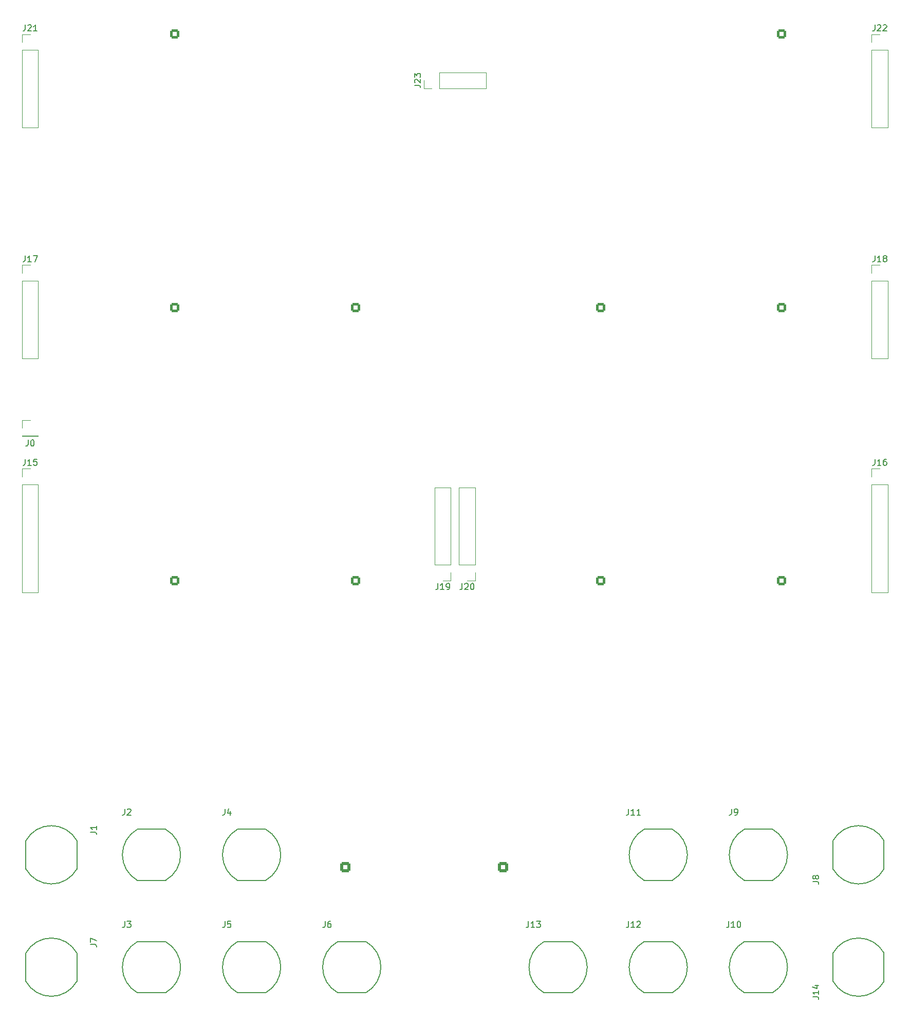
<source format=gto>
%TF.GenerationSoftware,KiCad,Pcbnew,9.0.0*%
%TF.CreationDate,2025-03-15T21:38:37+01:00*%
%TF.ProjectId,DMH_Dual_VCF_Diode_Ladder_Mk2_PCB_1,444d485f-4475-4616-9c5f-5643465f4469,1*%
%TF.SameCoordinates,Original*%
%TF.FileFunction,Legend,Top*%
%TF.FilePolarity,Positive*%
%FSLAX46Y46*%
G04 Gerber Fmt 4.6, Leading zero omitted, Abs format (unit mm)*
G04 Created by KiCad (PCBNEW 9.0.0) date 2025-03-15 21:38:37*
%MOMM*%
%LPD*%
G01*
G04 APERTURE LIST*
G04 Aperture macros list*
%AMRoundRect*
0 Rectangle with rounded corners*
0 $1 Rounding radius*
0 $2 $3 $4 $5 $6 $7 $8 $9 X,Y pos of 4 corners*
0 Add a 4 corners polygon primitive as box body*
4,1,4,$2,$3,$4,$5,$6,$7,$8,$9,$2,$3,0*
0 Add four circle primitives for the rounded corners*
1,1,$1+$1,$2,$3*
1,1,$1+$1,$4,$5*
1,1,$1+$1,$6,$7*
1,1,$1+$1,$8,$9*
0 Add four rect primitives between the rounded corners*
20,1,$1+$1,$2,$3,$4,$5,0*
20,1,$1+$1,$4,$5,$6,$7,0*
20,1,$1+$1,$6,$7,$8,$9,0*
20,1,$1+$1,$8,$9,$2,$3,0*%
%AMHorizOval*
0 Thick line with rounded ends*
0 $1 width*
0 $2 $3 position (X,Y) of the first rounded end (center of the circle)*
0 $4 $5 position (X,Y) of the second rounded end (center of the circle)*
0 Add line between two ends*
20,1,$1,$2,$3,$4,$5,0*
0 Add two circle primitives to create the rounded ends*
1,1,$1,$2,$3*
1,1,$1,$4,$5*%
G04 Aperture macros list end*
%ADD10C,0.150000*%
%ADD11C,0.120000*%
%ADD12R,1.700000X1.700000*%
%ADD13O,1.700000X1.700000*%
%ADD14HorizOval,1.712000X-0.533159X-0.533159X0.533159X0.533159X0*%
%ADD15O,1.712000X3.220000*%
%ADD16O,3.220000X1.712000*%
%ADD17HorizOval,1.712000X-0.533159X0.533159X0.533159X-0.533159X0*%
%ADD18RoundRect,0.250000X0.550000X0.550000X-0.550000X0.550000X-0.550000X-0.550000X0.550000X-0.550000X0*%
%ADD19C,1.600000*%
%ADD20R,1.600000X1.600000*%
%ADD21O,1.600000X1.600000*%
%ADD22RoundRect,0.250000X-0.600000X0.600000X-0.600000X-0.600000X0.600000X-0.600000X0.600000X0.600000X0*%
%ADD23C,1.700000*%
%ADD24R,1.500000X1.500000*%
%ADD25C,1.500000*%
%ADD26C,1.440000*%
%ADD27R,2.200000X2.200000*%
%ADD28O,2.200000X2.200000*%
G04 APERTURE END LIST*
D10*
X29190476Y-125124819D02*
X29190476Y-125839104D01*
X29190476Y-125839104D02*
X29142857Y-125981961D01*
X29142857Y-125981961D02*
X29047619Y-126077200D01*
X29047619Y-126077200D02*
X28904762Y-126124819D01*
X28904762Y-126124819D02*
X28809524Y-126124819D01*
X30190476Y-126124819D02*
X29619048Y-126124819D01*
X29904762Y-126124819D02*
X29904762Y-125124819D01*
X29904762Y-125124819D02*
X29809524Y-125267676D01*
X29809524Y-125267676D02*
X29714286Y-125362914D01*
X29714286Y-125362914D02*
X29619048Y-125410533D01*
X31095238Y-125124819D02*
X30619048Y-125124819D01*
X30619048Y-125124819D02*
X30571429Y-125601009D01*
X30571429Y-125601009D02*
X30619048Y-125553390D01*
X30619048Y-125553390D02*
X30714286Y-125505771D01*
X30714286Y-125505771D02*
X30952381Y-125505771D01*
X30952381Y-125505771D02*
X31047619Y-125553390D01*
X31047619Y-125553390D02*
X31095238Y-125601009D01*
X31095238Y-125601009D02*
X31142857Y-125696247D01*
X31142857Y-125696247D02*
X31142857Y-125934342D01*
X31142857Y-125934342D02*
X31095238Y-126029580D01*
X31095238Y-126029580D02*
X31047619Y-126077200D01*
X31047619Y-126077200D02*
X30952381Y-126124819D01*
X30952381Y-126124819D02*
X30714286Y-126124819D01*
X30714286Y-126124819D02*
X30619048Y-126077200D01*
X30619048Y-126077200D02*
X30571429Y-126029580D01*
X29190476Y-91624819D02*
X29190476Y-92339104D01*
X29190476Y-92339104D02*
X29142857Y-92481961D01*
X29142857Y-92481961D02*
X29047619Y-92577200D01*
X29047619Y-92577200D02*
X28904762Y-92624819D01*
X28904762Y-92624819D02*
X28809524Y-92624819D01*
X30190476Y-92624819D02*
X29619048Y-92624819D01*
X29904762Y-92624819D02*
X29904762Y-91624819D01*
X29904762Y-91624819D02*
X29809524Y-91767676D01*
X29809524Y-91767676D02*
X29714286Y-91862914D01*
X29714286Y-91862914D02*
X29619048Y-91910533D01*
X30523810Y-91624819D02*
X31190476Y-91624819D01*
X31190476Y-91624819D02*
X30761905Y-92624819D01*
X78591666Y-201204819D02*
X78591666Y-201919104D01*
X78591666Y-201919104D02*
X78544047Y-202061961D01*
X78544047Y-202061961D02*
X78448809Y-202157200D01*
X78448809Y-202157200D02*
X78305952Y-202204819D01*
X78305952Y-202204819D02*
X78210714Y-202204819D01*
X79496428Y-201204819D02*
X79305952Y-201204819D01*
X79305952Y-201204819D02*
X79210714Y-201252438D01*
X79210714Y-201252438D02*
X79163095Y-201300057D01*
X79163095Y-201300057D02*
X79067857Y-201442914D01*
X79067857Y-201442914D02*
X79020238Y-201633390D01*
X79020238Y-201633390D02*
X79020238Y-202014342D01*
X79020238Y-202014342D02*
X79067857Y-202109580D01*
X79067857Y-202109580D02*
X79115476Y-202157200D01*
X79115476Y-202157200D02*
X79210714Y-202204819D01*
X79210714Y-202204819D02*
X79401190Y-202204819D01*
X79401190Y-202204819D02*
X79496428Y-202157200D01*
X79496428Y-202157200D02*
X79544047Y-202109580D01*
X79544047Y-202109580D02*
X79591666Y-202014342D01*
X79591666Y-202014342D02*
X79591666Y-201776247D01*
X79591666Y-201776247D02*
X79544047Y-201681009D01*
X79544047Y-201681009D02*
X79496428Y-201633390D01*
X79496428Y-201633390D02*
X79401190Y-201585771D01*
X79401190Y-201585771D02*
X79210714Y-201585771D01*
X79210714Y-201585771D02*
X79115476Y-201633390D01*
X79115476Y-201633390D02*
X79067857Y-201681009D01*
X79067857Y-201681009D02*
X79020238Y-201776247D01*
X169190476Y-53624819D02*
X169190476Y-54339104D01*
X169190476Y-54339104D02*
X169142857Y-54481961D01*
X169142857Y-54481961D02*
X169047619Y-54577200D01*
X169047619Y-54577200D02*
X168904762Y-54624819D01*
X168904762Y-54624819D02*
X168809524Y-54624819D01*
X169619048Y-53720057D02*
X169666667Y-53672438D01*
X169666667Y-53672438D02*
X169761905Y-53624819D01*
X169761905Y-53624819D02*
X170000000Y-53624819D01*
X170000000Y-53624819D02*
X170095238Y-53672438D01*
X170095238Y-53672438D02*
X170142857Y-53720057D01*
X170142857Y-53720057D02*
X170190476Y-53815295D01*
X170190476Y-53815295D02*
X170190476Y-53910533D01*
X170190476Y-53910533D02*
X170142857Y-54053390D01*
X170142857Y-54053390D02*
X169571429Y-54624819D01*
X169571429Y-54624819D02*
X170190476Y-54624819D01*
X170571429Y-53720057D02*
X170619048Y-53672438D01*
X170619048Y-53672438D02*
X170714286Y-53624819D01*
X170714286Y-53624819D02*
X170952381Y-53624819D01*
X170952381Y-53624819D02*
X171047619Y-53672438D01*
X171047619Y-53672438D02*
X171095238Y-53720057D01*
X171095238Y-53720057D02*
X171142857Y-53815295D01*
X171142857Y-53815295D02*
X171142857Y-53910533D01*
X171142857Y-53910533D02*
X171095238Y-54053390D01*
X171095238Y-54053390D02*
X170523810Y-54624819D01*
X170523810Y-54624819D02*
X171142857Y-54624819D01*
X29190476Y-53624819D02*
X29190476Y-54339104D01*
X29190476Y-54339104D02*
X29142857Y-54481961D01*
X29142857Y-54481961D02*
X29047619Y-54577200D01*
X29047619Y-54577200D02*
X28904762Y-54624819D01*
X28904762Y-54624819D02*
X28809524Y-54624819D01*
X29619048Y-53720057D02*
X29666667Y-53672438D01*
X29666667Y-53672438D02*
X29761905Y-53624819D01*
X29761905Y-53624819D02*
X30000000Y-53624819D01*
X30000000Y-53624819D02*
X30095238Y-53672438D01*
X30095238Y-53672438D02*
X30142857Y-53720057D01*
X30142857Y-53720057D02*
X30190476Y-53815295D01*
X30190476Y-53815295D02*
X30190476Y-53910533D01*
X30190476Y-53910533D02*
X30142857Y-54053390D01*
X30142857Y-54053390D02*
X29571429Y-54624819D01*
X29571429Y-54624819D02*
X30190476Y-54624819D01*
X31142857Y-54624819D02*
X30571429Y-54624819D01*
X30857143Y-54624819D02*
X30857143Y-53624819D01*
X30857143Y-53624819D02*
X30761905Y-53767676D01*
X30761905Y-53767676D02*
X30666667Y-53862914D01*
X30666667Y-53862914D02*
X30571429Y-53910533D01*
X112115476Y-201204819D02*
X112115476Y-201919104D01*
X112115476Y-201919104D02*
X112067857Y-202061961D01*
X112067857Y-202061961D02*
X111972619Y-202157200D01*
X111972619Y-202157200D02*
X111829762Y-202204819D01*
X111829762Y-202204819D02*
X111734524Y-202204819D01*
X113115476Y-202204819D02*
X112544048Y-202204819D01*
X112829762Y-202204819D02*
X112829762Y-201204819D01*
X112829762Y-201204819D02*
X112734524Y-201347676D01*
X112734524Y-201347676D02*
X112639286Y-201442914D01*
X112639286Y-201442914D02*
X112544048Y-201490533D01*
X113448810Y-201204819D02*
X114067857Y-201204819D01*
X114067857Y-201204819D02*
X113734524Y-201585771D01*
X113734524Y-201585771D02*
X113877381Y-201585771D01*
X113877381Y-201585771D02*
X113972619Y-201633390D01*
X113972619Y-201633390D02*
X114020238Y-201681009D01*
X114020238Y-201681009D02*
X114067857Y-201776247D01*
X114067857Y-201776247D02*
X114067857Y-202014342D01*
X114067857Y-202014342D02*
X114020238Y-202109580D01*
X114020238Y-202109580D02*
X113972619Y-202157200D01*
X113972619Y-202157200D02*
X113877381Y-202204819D01*
X113877381Y-202204819D02*
X113591667Y-202204819D01*
X113591667Y-202204819D02*
X113496429Y-202157200D01*
X113496429Y-202157200D02*
X113448810Y-202109580D01*
X128615476Y-182704819D02*
X128615476Y-183419104D01*
X128615476Y-183419104D02*
X128567857Y-183561961D01*
X128567857Y-183561961D02*
X128472619Y-183657200D01*
X128472619Y-183657200D02*
X128329762Y-183704819D01*
X128329762Y-183704819D02*
X128234524Y-183704819D01*
X129615476Y-183704819D02*
X129044048Y-183704819D01*
X129329762Y-183704819D02*
X129329762Y-182704819D01*
X129329762Y-182704819D02*
X129234524Y-182847676D01*
X129234524Y-182847676D02*
X129139286Y-182942914D01*
X129139286Y-182942914D02*
X129044048Y-182990533D01*
X130567857Y-183704819D02*
X129996429Y-183704819D01*
X130282143Y-183704819D02*
X130282143Y-182704819D01*
X130282143Y-182704819D02*
X130186905Y-182847676D01*
X130186905Y-182847676D02*
X130091667Y-182942914D01*
X130091667Y-182942914D02*
X129996429Y-182990533D01*
X62091666Y-182704819D02*
X62091666Y-183419104D01*
X62091666Y-183419104D02*
X62044047Y-183561961D01*
X62044047Y-183561961D02*
X61948809Y-183657200D01*
X61948809Y-183657200D02*
X61805952Y-183704819D01*
X61805952Y-183704819D02*
X61710714Y-183704819D01*
X62996428Y-183038152D02*
X62996428Y-183704819D01*
X62758333Y-182657200D02*
X62520238Y-183371485D01*
X62520238Y-183371485D02*
X63139285Y-183371485D01*
X169190476Y-91624819D02*
X169190476Y-92339104D01*
X169190476Y-92339104D02*
X169142857Y-92481961D01*
X169142857Y-92481961D02*
X169047619Y-92577200D01*
X169047619Y-92577200D02*
X168904762Y-92624819D01*
X168904762Y-92624819D02*
X168809524Y-92624819D01*
X170190476Y-92624819D02*
X169619048Y-92624819D01*
X169904762Y-92624819D02*
X169904762Y-91624819D01*
X169904762Y-91624819D02*
X169809524Y-91767676D01*
X169809524Y-91767676D02*
X169714286Y-91862914D01*
X169714286Y-91862914D02*
X169619048Y-91910533D01*
X170761905Y-92053390D02*
X170666667Y-92005771D01*
X170666667Y-92005771D02*
X170619048Y-91958152D01*
X170619048Y-91958152D02*
X170571429Y-91862914D01*
X170571429Y-91862914D02*
X170571429Y-91815295D01*
X170571429Y-91815295D02*
X170619048Y-91720057D01*
X170619048Y-91720057D02*
X170666667Y-91672438D01*
X170666667Y-91672438D02*
X170761905Y-91624819D01*
X170761905Y-91624819D02*
X170952381Y-91624819D01*
X170952381Y-91624819D02*
X171047619Y-91672438D01*
X171047619Y-91672438D02*
X171095238Y-91720057D01*
X171095238Y-91720057D02*
X171142857Y-91815295D01*
X171142857Y-91815295D02*
X171142857Y-91862914D01*
X171142857Y-91862914D02*
X171095238Y-91958152D01*
X171095238Y-91958152D02*
X171047619Y-92005771D01*
X171047619Y-92005771D02*
X170952381Y-92053390D01*
X170952381Y-92053390D02*
X170761905Y-92053390D01*
X170761905Y-92053390D02*
X170666667Y-92101009D01*
X170666667Y-92101009D02*
X170619048Y-92148628D01*
X170619048Y-92148628D02*
X170571429Y-92243866D01*
X170571429Y-92243866D02*
X170571429Y-92434342D01*
X170571429Y-92434342D02*
X170619048Y-92529580D01*
X170619048Y-92529580D02*
X170666667Y-92577200D01*
X170666667Y-92577200D02*
X170761905Y-92624819D01*
X170761905Y-92624819D02*
X170952381Y-92624819D01*
X170952381Y-92624819D02*
X171047619Y-92577200D01*
X171047619Y-92577200D02*
X171095238Y-92529580D01*
X171095238Y-92529580D02*
X171142857Y-92434342D01*
X171142857Y-92434342D02*
X171142857Y-92243866D01*
X171142857Y-92243866D02*
X171095238Y-92148628D01*
X171095238Y-92148628D02*
X171047619Y-92101009D01*
X171047619Y-92101009D02*
X170952381Y-92053390D01*
X101190476Y-145584819D02*
X101190476Y-146299104D01*
X101190476Y-146299104D02*
X101142857Y-146441961D01*
X101142857Y-146441961D02*
X101047619Y-146537200D01*
X101047619Y-146537200D02*
X100904762Y-146584819D01*
X100904762Y-146584819D02*
X100809524Y-146584819D01*
X101619048Y-145680057D02*
X101666667Y-145632438D01*
X101666667Y-145632438D02*
X101761905Y-145584819D01*
X101761905Y-145584819D02*
X102000000Y-145584819D01*
X102000000Y-145584819D02*
X102095238Y-145632438D01*
X102095238Y-145632438D02*
X102142857Y-145680057D01*
X102142857Y-145680057D02*
X102190476Y-145775295D01*
X102190476Y-145775295D02*
X102190476Y-145870533D01*
X102190476Y-145870533D02*
X102142857Y-146013390D01*
X102142857Y-146013390D02*
X101571429Y-146584819D01*
X101571429Y-146584819D02*
X102190476Y-146584819D01*
X102809524Y-145584819D02*
X102904762Y-145584819D01*
X102904762Y-145584819D02*
X103000000Y-145632438D01*
X103000000Y-145632438D02*
X103047619Y-145680057D01*
X103047619Y-145680057D02*
X103095238Y-145775295D01*
X103095238Y-145775295D02*
X103142857Y-145965771D01*
X103142857Y-145965771D02*
X103142857Y-146203866D01*
X103142857Y-146203866D02*
X103095238Y-146394342D01*
X103095238Y-146394342D02*
X103047619Y-146489580D01*
X103047619Y-146489580D02*
X103000000Y-146537200D01*
X103000000Y-146537200D02*
X102904762Y-146584819D01*
X102904762Y-146584819D02*
X102809524Y-146584819D01*
X102809524Y-146584819D02*
X102714286Y-146537200D01*
X102714286Y-146537200D02*
X102666667Y-146489580D01*
X102666667Y-146489580D02*
X102619048Y-146394342D01*
X102619048Y-146394342D02*
X102571429Y-146203866D01*
X102571429Y-146203866D02*
X102571429Y-145965771D01*
X102571429Y-145965771D02*
X102619048Y-145775295D01*
X102619048Y-145775295D02*
X102666667Y-145680057D01*
X102666667Y-145680057D02*
X102714286Y-145632438D01*
X102714286Y-145632438D02*
X102809524Y-145584819D01*
X29666666Y-121954819D02*
X29666666Y-122669104D01*
X29666666Y-122669104D02*
X29619047Y-122811961D01*
X29619047Y-122811961D02*
X29523809Y-122907200D01*
X29523809Y-122907200D02*
X29380952Y-122954819D01*
X29380952Y-122954819D02*
X29285714Y-122954819D01*
X30333333Y-121954819D02*
X30428571Y-121954819D01*
X30428571Y-121954819D02*
X30523809Y-122002438D01*
X30523809Y-122002438D02*
X30571428Y-122050057D01*
X30571428Y-122050057D02*
X30619047Y-122145295D01*
X30619047Y-122145295D02*
X30666666Y-122335771D01*
X30666666Y-122335771D02*
X30666666Y-122573866D01*
X30666666Y-122573866D02*
X30619047Y-122764342D01*
X30619047Y-122764342D02*
X30571428Y-122859580D01*
X30571428Y-122859580D02*
X30523809Y-122907200D01*
X30523809Y-122907200D02*
X30428571Y-122954819D01*
X30428571Y-122954819D02*
X30333333Y-122954819D01*
X30333333Y-122954819D02*
X30238095Y-122907200D01*
X30238095Y-122907200D02*
X30190476Y-122859580D01*
X30190476Y-122859580D02*
X30142857Y-122764342D01*
X30142857Y-122764342D02*
X30095238Y-122573866D01*
X30095238Y-122573866D02*
X30095238Y-122335771D01*
X30095238Y-122335771D02*
X30142857Y-122145295D01*
X30142857Y-122145295D02*
X30190476Y-122050057D01*
X30190476Y-122050057D02*
X30238095Y-122002438D01*
X30238095Y-122002438D02*
X30333333Y-121954819D01*
X145115476Y-201204819D02*
X145115476Y-201919104D01*
X145115476Y-201919104D02*
X145067857Y-202061961D01*
X145067857Y-202061961D02*
X144972619Y-202157200D01*
X144972619Y-202157200D02*
X144829762Y-202204819D01*
X144829762Y-202204819D02*
X144734524Y-202204819D01*
X146115476Y-202204819D02*
X145544048Y-202204819D01*
X145829762Y-202204819D02*
X145829762Y-201204819D01*
X145829762Y-201204819D02*
X145734524Y-201347676D01*
X145734524Y-201347676D02*
X145639286Y-201442914D01*
X145639286Y-201442914D02*
X145544048Y-201490533D01*
X146734524Y-201204819D02*
X146829762Y-201204819D01*
X146829762Y-201204819D02*
X146925000Y-201252438D01*
X146925000Y-201252438D02*
X146972619Y-201300057D01*
X146972619Y-201300057D02*
X147020238Y-201395295D01*
X147020238Y-201395295D02*
X147067857Y-201585771D01*
X147067857Y-201585771D02*
X147067857Y-201823866D01*
X147067857Y-201823866D02*
X147020238Y-202014342D01*
X147020238Y-202014342D02*
X146972619Y-202109580D01*
X146972619Y-202109580D02*
X146925000Y-202157200D01*
X146925000Y-202157200D02*
X146829762Y-202204819D01*
X146829762Y-202204819D02*
X146734524Y-202204819D01*
X146734524Y-202204819D02*
X146639286Y-202157200D01*
X146639286Y-202157200D02*
X146591667Y-202109580D01*
X146591667Y-202109580D02*
X146544048Y-202014342D01*
X146544048Y-202014342D02*
X146496429Y-201823866D01*
X146496429Y-201823866D02*
X146496429Y-201585771D01*
X146496429Y-201585771D02*
X146544048Y-201395295D01*
X146544048Y-201395295D02*
X146591667Y-201300057D01*
X146591667Y-201300057D02*
X146639286Y-201252438D01*
X146639286Y-201252438D02*
X146734524Y-201204819D01*
X97190476Y-145584819D02*
X97190476Y-146299104D01*
X97190476Y-146299104D02*
X97142857Y-146441961D01*
X97142857Y-146441961D02*
X97047619Y-146537200D01*
X97047619Y-146537200D02*
X96904762Y-146584819D01*
X96904762Y-146584819D02*
X96809524Y-146584819D01*
X98190476Y-146584819D02*
X97619048Y-146584819D01*
X97904762Y-146584819D02*
X97904762Y-145584819D01*
X97904762Y-145584819D02*
X97809524Y-145727676D01*
X97809524Y-145727676D02*
X97714286Y-145822914D01*
X97714286Y-145822914D02*
X97619048Y-145870533D01*
X98666667Y-146584819D02*
X98857143Y-146584819D01*
X98857143Y-146584819D02*
X98952381Y-146537200D01*
X98952381Y-146537200D02*
X99000000Y-146489580D01*
X99000000Y-146489580D02*
X99095238Y-146346723D01*
X99095238Y-146346723D02*
X99142857Y-146156247D01*
X99142857Y-146156247D02*
X99142857Y-145775295D01*
X99142857Y-145775295D02*
X99095238Y-145680057D01*
X99095238Y-145680057D02*
X99047619Y-145632438D01*
X99047619Y-145632438D02*
X98952381Y-145584819D01*
X98952381Y-145584819D02*
X98761905Y-145584819D01*
X98761905Y-145584819D02*
X98666667Y-145632438D01*
X98666667Y-145632438D02*
X98619048Y-145680057D01*
X98619048Y-145680057D02*
X98571429Y-145775295D01*
X98571429Y-145775295D02*
X98571429Y-146013390D01*
X98571429Y-146013390D02*
X98619048Y-146108628D01*
X98619048Y-146108628D02*
X98666667Y-146156247D01*
X98666667Y-146156247D02*
X98761905Y-146203866D01*
X98761905Y-146203866D02*
X98952381Y-146203866D01*
X98952381Y-146203866D02*
X99047619Y-146156247D01*
X99047619Y-146156247D02*
X99095238Y-146108628D01*
X99095238Y-146108628D02*
X99142857Y-146013390D01*
X93324819Y-63584523D02*
X94039104Y-63584523D01*
X94039104Y-63584523D02*
X94181961Y-63632142D01*
X94181961Y-63632142D02*
X94277200Y-63727380D01*
X94277200Y-63727380D02*
X94324819Y-63870237D01*
X94324819Y-63870237D02*
X94324819Y-63965475D01*
X93420057Y-63155951D02*
X93372438Y-63108332D01*
X93372438Y-63108332D02*
X93324819Y-63013094D01*
X93324819Y-63013094D02*
X93324819Y-62774999D01*
X93324819Y-62774999D02*
X93372438Y-62679761D01*
X93372438Y-62679761D02*
X93420057Y-62632142D01*
X93420057Y-62632142D02*
X93515295Y-62584523D01*
X93515295Y-62584523D02*
X93610533Y-62584523D01*
X93610533Y-62584523D02*
X93753390Y-62632142D01*
X93753390Y-62632142D02*
X94324819Y-63203570D01*
X94324819Y-63203570D02*
X94324819Y-62584523D01*
X93324819Y-62251189D02*
X93324819Y-61632142D01*
X93324819Y-61632142D02*
X93705771Y-61965475D01*
X93705771Y-61965475D02*
X93705771Y-61822618D01*
X93705771Y-61822618D02*
X93753390Y-61727380D01*
X93753390Y-61727380D02*
X93801009Y-61679761D01*
X93801009Y-61679761D02*
X93896247Y-61632142D01*
X93896247Y-61632142D02*
X94134342Y-61632142D01*
X94134342Y-61632142D02*
X94229580Y-61679761D01*
X94229580Y-61679761D02*
X94277200Y-61727380D01*
X94277200Y-61727380D02*
X94324819Y-61822618D01*
X94324819Y-61822618D02*
X94324819Y-62108332D01*
X94324819Y-62108332D02*
X94277200Y-62203570D01*
X94277200Y-62203570D02*
X94229580Y-62251189D01*
X169190476Y-125124819D02*
X169190476Y-125839104D01*
X169190476Y-125839104D02*
X169142857Y-125981961D01*
X169142857Y-125981961D02*
X169047619Y-126077200D01*
X169047619Y-126077200D02*
X168904762Y-126124819D01*
X168904762Y-126124819D02*
X168809524Y-126124819D01*
X170190476Y-126124819D02*
X169619048Y-126124819D01*
X169904762Y-126124819D02*
X169904762Y-125124819D01*
X169904762Y-125124819D02*
X169809524Y-125267676D01*
X169809524Y-125267676D02*
X169714286Y-125362914D01*
X169714286Y-125362914D02*
X169619048Y-125410533D01*
X171047619Y-125124819D02*
X170857143Y-125124819D01*
X170857143Y-125124819D02*
X170761905Y-125172438D01*
X170761905Y-125172438D02*
X170714286Y-125220057D01*
X170714286Y-125220057D02*
X170619048Y-125362914D01*
X170619048Y-125362914D02*
X170571429Y-125553390D01*
X170571429Y-125553390D02*
X170571429Y-125934342D01*
X170571429Y-125934342D02*
X170619048Y-126029580D01*
X170619048Y-126029580D02*
X170666667Y-126077200D01*
X170666667Y-126077200D02*
X170761905Y-126124819D01*
X170761905Y-126124819D02*
X170952381Y-126124819D01*
X170952381Y-126124819D02*
X171047619Y-126077200D01*
X171047619Y-126077200D02*
X171095238Y-126029580D01*
X171095238Y-126029580D02*
X171142857Y-125934342D01*
X171142857Y-125934342D02*
X171142857Y-125696247D01*
X171142857Y-125696247D02*
X171095238Y-125601009D01*
X171095238Y-125601009D02*
X171047619Y-125553390D01*
X171047619Y-125553390D02*
X170952381Y-125505771D01*
X170952381Y-125505771D02*
X170761905Y-125505771D01*
X170761905Y-125505771D02*
X170666667Y-125553390D01*
X170666667Y-125553390D02*
X170619048Y-125601009D01*
X170619048Y-125601009D02*
X170571429Y-125696247D01*
X158954819Y-194658333D02*
X159669104Y-194658333D01*
X159669104Y-194658333D02*
X159811961Y-194705952D01*
X159811961Y-194705952D02*
X159907200Y-194801190D01*
X159907200Y-194801190D02*
X159954819Y-194944047D01*
X159954819Y-194944047D02*
X159954819Y-195039285D01*
X159383390Y-194039285D02*
X159335771Y-194134523D01*
X159335771Y-194134523D02*
X159288152Y-194182142D01*
X159288152Y-194182142D02*
X159192914Y-194229761D01*
X159192914Y-194229761D02*
X159145295Y-194229761D01*
X159145295Y-194229761D02*
X159050057Y-194182142D01*
X159050057Y-194182142D02*
X159002438Y-194134523D01*
X159002438Y-194134523D02*
X158954819Y-194039285D01*
X158954819Y-194039285D02*
X158954819Y-193848809D01*
X158954819Y-193848809D02*
X159002438Y-193753571D01*
X159002438Y-193753571D02*
X159050057Y-193705952D01*
X159050057Y-193705952D02*
X159145295Y-193658333D01*
X159145295Y-193658333D02*
X159192914Y-193658333D01*
X159192914Y-193658333D02*
X159288152Y-193705952D01*
X159288152Y-193705952D02*
X159335771Y-193753571D01*
X159335771Y-193753571D02*
X159383390Y-193848809D01*
X159383390Y-193848809D02*
X159383390Y-194039285D01*
X159383390Y-194039285D02*
X159431009Y-194134523D01*
X159431009Y-194134523D02*
X159478628Y-194182142D01*
X159478628Y-194182142D02*
X159573866Y-194229761D01*
X159573866Y-194229761D02*
X159764342Y-194229761D01*
X159764342Y-194229761D02*
X159859580Y-194182142D01*
X159859580Y-194182142D02*
X159907200Y-194134523D01*
X159907200Y-194134523D02*
X159954819Y-194039285D01*
X159954819Y-194039285D02*
X159954819Y-193848809D01*
X159954819Y-193848809D02*
X159907200Y-193753571D01*
X159907200Y-193753571D02*
X159859580Y-193705952D01*
X159859580Y-193705952D02*
X159764342Y-193658333D01*
X159764342Y-193658333D02*
X159573866Y-193658333D01*
X159573866Y-193658333D02*
X159478628Y-193705952D01*
X159478628Y-193705952D02*
X159431009Y-193753571D01*
X159431009Y-193753571D02*
X159383390Y-193848809D01*
X45591666Y-201204819D02*
X45591666Y-201919104D01*
X45591666Y-201919104D02*
X45544047Y-202061961D01*
X45544047Y-202061961D02*
X45448809Y-202157200D01*
X45448809Y-202157200D02*
X45305952Y-202204819D01*
X45305952Y-202204819D02*
X45210714Y-202204819D01*
X45972619Y-201204819D02*
X46591666Y-201204819D01*
X46591666Y-201204819D02*
X46258333Y-201585771D01*
X46258333Y-201585771D02*
X46401190Y-201585771D01*
X46401190Y-201585771D02*
X46496428Y-201633390D01*
X46496428Y-201633390D02*
X46544047Y-201681009D01*
X46544047Y-201681009D02*
X46591666Y-201776247D01*
X46591666Y-201776247D02*
X46591666Y-202014342D01*
X46591666Y-202014342D02*
X46544047Y-202109580D01*
X46544047Y-202109580D02*
X46496428Y-202157200D01*
X46496428Y-202157200D02*
X46401190Y-202204819D01*
X46401190Y-202204819D02*
X46115476Y-202204819D01*
X46115476Y-202204819D02*
X46020238Y-202157200D01*
X46020238Y-202157200D02*
X45972619Y-202109580D01*
X45591666Y-182704819D02*
X45591666Y-183419104D01*
X45591666Y-183419104D02*
X45544047Y-183561961D01*
X45544047Y-183561961D02*
X45448809Y-183657200D01*
X45448809Y-183657200D02*
X45305952Y-183704819D01*
X45305952Y-183704819D02*
X45210714Y-183704819D01*
X46020238Y-182800057D02*
X46067857Y-182752438D01*
X46067857Y-182752438D02*
X46163095Y-182704819D01*
X46163095Y-182704819D02*
X46401190Y-182704819D01*
X46401190Y-182704819D02*
X46496428Y-182752438D01*
X46496428Y-182752438D02*
X46544047Y-182800057D01*
X46544047Y-182800057D02*
X46591666Y-182895295D01*
X46591666Y-182895295D02*
X46591666Y-182990533D01*
X46591666Y-182990533D02*
X46544047Y-183133390D01*
X46544047Y-183133390D02*
X45972619Y-183704819D01*
X45972619Y-183704819D02*
X46591666Y-183704819D01*
X62091666Y-201204819D02*
X62091666Y-201919104D01*
X62091666Y-201919104D02*
X62044047Y-202061961D01*
X62044047Y-202061961D02*
X61948809Y-202157200D01*
X61948809Y-202157200D02*
X61805952Y-202204819D01*
X61805952Y-202204819D02*
X61710714Y-202204819D01*
X63044047Y-201204819D02*
X62567857Y-201204819D01*
X62567857Y-201204819D02*
X62520238Y-201681009D01*
X62520238Y-201681009D02*
X62567857Y-201633390D01*
X62567857Y-201633390D02*
X62663095Y-201585771D01*
X62663095Y-201585771D02*
X62901190Y-201585771D01*
X62901190Y-201585771D02*
X62996428Y-201633390D01*
X62996428Y-201633390D02*
X63044047Y-201681009D01*
X63044047Y-201681009D02*
X63091666Y-201776247D01*
X63091666Y-201776247D02*
X63091666Y-202014342D01*
X63091666Y-202014342D02*
X63044047Y-202109580D01*
X63044047Y-202109580D02*
X62996428Y-202157200D01*
X62996428Y-202157200D02*
X62901190Y-202204819D01*
X62901190Y-202204819D02*
X62663095Y-202204819D01*
X62663095Y-202204819D02*
X62567857Y-202157200D01*
X62567857Y-202157200D02*
X62520238Y-202109580D01*
X128615476Y-201204819D02*
X128615476Y-201919104D01*
X128615476Y-201919104D02*
X128567857Y-202061961D01*
X128567857Y-202061961D02*
X128472619Y-202157200D01*
X128472619Y-202157200D02*
X128329762Y-202204819D01*
X128329762Y-202204819D02*
X128234524Y-202204819D01*
X129615476Y-202204819D02*
X129044048Y-202204819D01*
X129329762Y-202204819D02*
X129329762Y-201204819D01*
X129329762Y-201204819D02*
X129234524Y-201347676D01*
X129234524Y-201347676D02*
X129139286Y-201442914D01*
X129139286Y-201442914D02*
X129044048Y-201490533D01*
X129996429Y-201300057D02*
X130044048Y-201252438D01*
X130044048Y-201252438D02*
X130139286Y-201204819D01*
X130139286Y-201204819D02*
X130377381Y-201204819D01*
X130377381Y-201204819D02*
X130472619Y-201252438D01*
X130472619Y-201252438D02*
X130520238Y-201300057D01*
X130520238Y-201300057D02*
X130567857Y-201395295D01*
X130567857Y-201395295D02*
X130567857Y-201490533D01*
X130567857Y-201490533D02*
X130520238Y-201633390D01*
X130520238Y-201633390D02*
X129948810Y-202204819D01*
X129948810Y-202204819D02*
X130567857Y-202204819D01*
X145591666Y-182704819D02*
X145591666Y-183419104D01*
X145591666Y-183419104D02*
X145544047Y-183561961D01*
X145544047Y-183561961D02*
X145448809Y-183657200D01*
X145448809Y-183657200D02*
X145305952Y-183704819D01*
X145305952Y-183704819D02*
X145210714Y-183704819D01*
X146115476Y-183704819D02*
X146305952Y-183704819D01*
X146305952Y-183704819D02*
X146401190Y-183657200D01*
X146401190Y-183657200D02*
X146448809Y-183609580D01*
X146448809Y-183609580D02*
X146544047Y-183466723D01*
X146544047Y-183466723D02*
X146591666Y-183276247D01*
X146591666Y-183276247D02*
X146591666Y-182895295D01*
X146591666Y-182895295D02*
X146544047Y-182800057D01*
X146544047Y-182800057D02*
X146496428Y-182752438D01*
X146496428Y-182752438D02*
X146401190Y-182704819D01*
X146401190Y-182704819D02*
X146210714Y-182704819D01*
X146210714Y-182704819D02*
X146115476Y-182752438D01*
X146115476Y-182752438D02*
X146067857Y-182800057D01*
X146067857Y-182800057D02*
X146020238Y-182895295D01*
X146020238Y-182895295D02*
X146020238Y-183133390D01*
X146020238Y-183133390D02*
X146067857Y-183228628D01*
X146067857Y-183228628D02*
X146115476Y-183276247D01*
X146115476Y-183276247D02*
X146210714Y-183323866D01*
X146210714Y-183323866D02*
X146401190Y-183323866D01*
X146401190Y-183323866D02*
X146496428Y-183276247D01*
X146496428Y-183276247D02*
X146544047Y-183228628D01*
X146544047Y-183228628D02*
X146591666Y-183133390D01*
X158954819Y-213634523D02*
X159669104Y-213634523D01*
X159669104Y-213634523D02*
X159811961Y-213682142D01*
X159811961Y-213682142D02*
X159907200Y-213777380D01*
X159907200Y-213777380D02*
X159954819Y-213920237D01*
X159954819Y-213920237D02*
X159954819Y-214015475D01*
X159954819Y-212634523D02*
X159954819Y-213205951D01*
X159954819Y-212920237D02*
X158954819Y-212920237D01*
X158954819Y-212920237D02*
X159097676Y-213015475D01*
X159097676Y-213015475D02*
X159192914Y-213110713D01*
X159192914Y-213110713D02*
X159240533Y-213205951D01*
X159288152Y-211777380D02*
X159954819Y-211777380D01*
X158907200Y-212015475D02*
X159621485Y-212253570D01*
X159621485Y-212253570D02*
X159621485Y-211634523D01*
X39954819Y-186508333D02*
X40669104Y-186508333D01*
X40669104Y-186508333D02*
X40811961Y-186555952D01*
X40811961Y-186555952D02*
X40907200Y-186651190D01*
X40907200Y-186651190D02*
X40954819Y-186794047D01*
X40954819Y-186794047D02*
X40954819Y-186889285D01*
X40954819Y-185508333D02*
X40954819Y-186079761D01*
X40954819Y-185794047D02*
X39954819Y-185794047D01*
X39954819Y-185794047D02*
X40097676Y-185889285D01*
X40097676Y-185889285D02*
X40192914Y-185984523D01*
X40192914Y-185984523D02*
X40240533Y-186079761D01*
X39954819Y-205008333D02*
X40669104Y-205008333D01*
X40669104Y-205008333D02*
X40811961Y-205055952D01*
X40811961Y-205055952D02*
X40907200Y-205151190D01*
X40907200Y-205151190D02*
X40954819Y-205294047D01*
X40954819Y-205294047D02*
X40954819Y-205389285D01*
X39954819Y-204627380D02*
X39954819Y-203960714D01*
X39954819Y-203960714D02*
X40954819Y-204389285D01*
D11*
%TO.C,J15*%
X28670000Y-126670000D02*
X30000000Y-126670000D01*
X28670000Y-128000000D02*
X28670000Y-126670000D01*
X28670000Y-129270000D02*
X28670000Y-147110000D01*
X28670000Y-129270000D02*
X31330000Y-129270000D01*
X28670000Y-147110000D02*
X31330000Y-147110000D01*
X31330000Y-129270000D02*
X31330000Y-147110000D01*
%TO.C,J17*%
X28670000Y-93170000D02*
X30000000Y-93170000D01*
X28670000Y-94500000D02*
X28670000Y-93170000D01*
X28670000Y-95770000D02*
X28670000Y-108530000D01*
X28670000Y-95770000D02*
X31330000Y-95770000D01*
X28670000Y-108530000D02*
X31330000Y-108530000D01*
X31330000Y-95770000D02*
X31330000Y-108530000D01*
D10*
%TO.C,J6*%
X83000000Y-204550000D02*
X80650000Y-204550000D01*
X83000000Y-204550000D02*
X85350000Y-204550000D01*
X83000000Y-212950000D02*
X80650000Y-212950000D01*
X83000000Y-212950000D02*
X85350000Y-212950000D01*
X78200000Y-208750000D02*
G75*
G02*
X80656222Y-204561121I4800000J0D01*
G01*
X80656222Y-212938879D02*
G75*
G02*
X78200000Y-208750000I2343778J4188879D01*
G01*
X85343778Y-204561121D02*
G75*
G02*
X87800000Y-208750000I-2343781J-4188881D01*
G01*
X87800000Y-208750000D02*
G75*
G02*
X85343778Y-212938879I-4800003J2D01*
G01*
D11*
%TO.C,J22*%
X168670000Y-55170000D02*
X170000000Y-55170000D01*
X168670000Y-56500000D02*
X168670000Y-55170000D01*
X168670000Y-57770000D02*
X168670000Y-70530000D01*
X168670000Y-57770000D02*
X171330000Y-57770000D01*
X168670000Y-70530000D02*
X171330000Y-70530000D01*
X171330000Y-57770000D02*
X171330000Y-70530000D01*
%TO.C,J21*%
X28670000Y-55170000D02*
X30000000Y-55170000D01*
X28670000Y-56500000D02*
X28670000Y-55170000D01*
X28670000Y-57770000D02*
X28670000Y-70530000D01*
X28670000Y-57770000D02*
X31330000Y-57770000D01*
X28670000Y-70530000D02*
X31330000Y-70530000D01*
X31330000Y-57770000D02*
X31330000Y-70530000D01*
D10*
%TO.C,J13*%
X117000000Y-204550000D02*
X114650000Y-204550000D01*
X117000000Y-204550000D02*
X119350000Y-204550000D01*
X117000000Y-212950000D02*
X114650000Y-212950000D01*
X117000000Y-212950000D02*
X119350000Y-212950000D01*
X112200000Y-208750000D02*
G75*
G02*
X114656222Y-204561121I4800000J0D01*
G01*
X114656222Y-212938879D02*
G75*
G02*
X112200000Y-208750000I2343778J4188879D01*
G01*
X119343778Y-204561121D02*
G75*
G02*
X121800000Y-208750000I-2343781J-4188881D01*
G01*
X121800000Y-208750000D02*
G75*
G02*
X119343778Y-212938879I-4800003J2D01*
G01*
%TO.C,J11*%
X133500000Y-186050000D02*
X131150000Y-186050000D01*
X133500000Y-186050000D02*
X135850000Y-186050000D01*
X133500000Y-194450000D02*
X131150000Y-194450000D01*
X133500000Y-194450000D02*
X135850000Y-194450000D01*
X128700000Y-190250000D02*
G75*
G02*
X131156222Y-186061121I4800000J0D01*
G01*
X131156222Y-194438879D02*
G75*
G02*
X128700000Y-190250000I2343778J4188879D01*
G01*
X135843778Y-186061121D02*
G75*
G02*
X138300000Y-190250000I-2343781J-4188881D01*
G01*
X138300000Y-190250000D02*
G75*
G02*
X135843778Y-194438879I-4800003J2D01*
G01*
%TO.C,J4*%
X66500000Y-186050000D02*
X64150000Y-186050000D01*
X66500000Y-186050000D02*
X68850000Y-186050000D01*
X66500000Y-194450000D02*
X64150000Y-194450000D01*
X66500000Y-194450000D02*
X68850000Y-194450000D01*
X61700000Y-190250000D02*
G75*
G02*
X64156222Y-186061121I4800000J0D01*
G01*
X64156222Y-194438879D02*
G75*
G02*
X61700000Y-190250000I2343778J4188879D01*
G01*
X68843778Y-186061121D02*
G75*
G02*
X71300000Y-190250000I-2343781J-4188881D01*
G01*
X71300000Y-190250000D02*
G75*
G02*
X68843778Y-194438879I-4800003J2D01*
G01*
D11*
%TO.C,J18*%
X168670000Y-93170000D02*
X170000000Y-93170000D01*
X168670000Y-94500000D02*
X168670000Y-93170000D01*
X168670000Y-95770000D02*
X168670000Y-108530000D01*
X168670000Y-95770000D02*
X171330000Y-95770000D01*
X168670000Y-108530000D02*
X171330000Y-108530000D01*
X171330000Y-95770000D02*
X171330000Y-108530000D01*
%TO.C,J20*%
X100670000Y-142530000D02*
X100670000Y-129770000D01*
X103330000Y-129770000D02*
X100670000Y-129770000D01*
X103330000Y-142530000D02*
X100670000Y-142530000D01*
X103330000Y-142530000D02*
X103330000Y-129770000D01*
X103330000Y-143800000D02*
X103330000Y-145130000D01*
X103330000Y-145130000D02*
X102000000Y-145130000D01*
%TO.C,J0*%
X28670000Y-118670000D02*
X30000000Y-118670000D01*
X28670000Y-120000000D02*
X28670000Y-118670000D01*
X28670000Y-121270000D02*
X28670000Y-121330000D01*
X28670000Y-121270000D02*
X31330000Y-121270000D01*
X28670000Y-121330000D02*
X31330000Y-121330000D01*
X31330000Y-121270000D02*
X31330000Y-121330000D01*
D10*
%TO.C,J10*%
X150000000Y-204550000D02*
X147650000Y-204550000D01*
X150000000Y-204550000D02*
X152350000Y-204550000D01*
X150000000Y-212950000D02*
X147650000Y-212950000D01*
X150000000Y-212950000D02*
X152350000Y-212950000D01*
X145200000Y-208750000D02*
G75*
G02*
X147656222Y-204561121I4800000J0D01*
G01*
X147656222Y-212938879D02*
G75*
G02*
X145200000Y-208750000I2343778J4188879D01*
G01*
X152343778Y-204561121D02*
G75*
G02*
X154800000Y-208750000I-2343781J-4188881D01*
G01*
X154800000Y-208750000D02*
G75*
G02*
X152343778Y-212938879I-4800003J2D01*
G01*
D11*
%TO.C,J19*%
X96670000Y-142530000D02*
X96670000Y-129770000D01*
X99330000Y-129770000D02*
X96670000Y-129770000D01*
X99330000Y-142530000D02*
X96670000Y-142530000D01*
X99330000Y-142530000D02*
X99330000Y-129770000D01*
X99330000Y-143800000D02*
X99330000Y-145130000D01*
X99330000Y-145130000D02*
X98000000Y-145130000D01*
%TO.C,J23*%
X94870000Y-64105000D02*
X94870000Y-62775000D01*
X96200000Y-64105000D02*
X94870000Y-64105000D01*
X97470000Y-61445000D02*
X105150000Y-61445000D01*
X97470000Y-64105000D02*
X97470000Y-61445000D01*
X97470000Y-64105000D02*
X105150000Y-64105000D01*
X105150000Y-64105000D02*
X105150000Y-61445000D01*
%TO.C,J16*%
X168670000Y-126670000D02*
X170000000Y-126670000D01*
X168670000Y-128000000D02*
X168670000Y-126670000D01*
X168670000Y-129270000D02*
X168670000Y-147110000D01*
X168670000Y-129270000D02*
X171330000Y-129270000D01*
X168670000Y-147110000D02*
X171330000Y-147110000D01*
X171330000Y-129270000D02*
X171330000Y-147110000D01*
D10*
%TO.C,J8*%
X162300000Y-190250000D02*
X162300000Y-187900000D01*
X162300000Y-190250000D02*
X162300000Y-192600000D01*
X170700000Y-190250000D02*
X170700000Y-187900000D01*
X170700000Y-190250000D02*
X170700000Y-192600000D01*
X162311121Y-187906222D02*
G75*
G02*
X166500000Y-185450000I4188881J-2343781D01*
G01*
X166500000Y-185450000D02*
G75*
G02*
X170688879Y-187906222I-2J-4800003D01*
G01*
X166500000Y-195050000D02*
G75*
G02*
X162311121Y-192593778I0J4800000D01*
G01*
X170688879Y-192593778D02*
G75*
G02*
X166500000Y-195050000I-4188879J2343778D01*
G01*
%TO.C,J3*%
X50000000Y-204550000D02*
X47650000Y-204550000D01*
X50000000Y-204550000D02*
X52350000Y-204550000D01*
X50000000Y-212950000D02*
X47650000Y-212950000D01*
X50000000Y-212950000D02*
X52350000Y-212950000D01*
X45200000Y-208750000D02*
G75*
G02*
X47656222Y-204561121I4800000J0D01*
G01*
X47656222Y-212938879D02*
G75*
G02*
X45200000Y-208750000I2343778J4188879D01*
G01*
X52343778Y-204561121D02*
G75*
G02*
X54800000Y-208750000I-2343781J-4188881D01*
G01*
X54800000Y-208750000D02*
G75*
G02*
X52343778Y-212938879I-4800003J2D01*
G01*
%TO.C,J2*%
X50000000Y-186050000D02*
X47650000Y-186050000D01*
X50000000Y-186050000D02*
X52350000Y-186050000D01*
X50000000Y-194450000D02*
X47650000Y-194450000D01*
X50000000Y-194450000D02*
X52350000Y-194450000D01*
X45200000Y-190250000D02*
G75*
G02*
X47656222Y-186061121I4800000J0D01*
G01*
X47656222Y-194438879D02*
G75*
G02*
X45200000Y-190250000I2343778J4188879D01*
G01*
X52343778Y-186061121D02*
G75*
G02*
X54800000Y-190250000I-2343781J-4188881D01*
G01*
X54800000Y-190250000D02*
G75*
G02*
X52343778Y-194438879I-4800003J2D01*
G01*
%TO.C,J5*%
X66500000Y-204550000D02*
X64150000Y-204550000D01*
X66500000Y-204550000D02*
X68850000Y-204550000D01*
X66500000Y-212950000D02*
X64150000Y-212950000D01*
X66500000Y-212950000D02*
X68850000Y-212950000D01*
X61700000Y-208750000D02*
G75*
G02*
X64156222Y-204561121I4800000J0D01*
G01*
X64156222Y-212938879D02*
G75*
G02*
X61700000Y-208750000I2343778J4188879D01*
G01*
X68843778Y-204561121D02*
G75*
G02*
X71300000Y-208750000I-2343781J-4188881D01*
G01*
X71300000Y-208750000D02*
G75*
G02*
X68843778Y-212938879I-4800003J2D01*
G01*
%TO.C,J12*%
X133500000Y-204550000D02*
X131150000Y-204550000D01*
X133500000Y-204550000D02*
X135850000Y-204550000D01*
X133500000Y-212950000D02*
X131150000Y-212950000D01*
X133500000Y-212950000D02*
X135850000Y-212950000D01*
X128700000Y-208750000D02*
G75*
G02*
X131156222Y-204561121I4800000J0D01*
G01*
X131156222Y-212938879D02*
G75*
G02*
X128700000Y-208750000I2343778J4188879D01*
G01*
X135843778Y-204561121D02*
G75*
G02*
X138300000Y-208750000I-2343781J-4188881D01*
G01*
X138300000Y-208750000D02*
G75*
G02*
X135843778Y-212938879I-4800003J2D01*
G01*
%TO.C,J9*%
X150000000Y-186050000D02*
X147650000Y-186050000D01*
X150000000Y-186050000D02*
X152350000Y-186050000D01*
X150000000Y-194450000D02*
X147650000Y-194450000D01*
X150000000Y-194450000D02*
X152350000Y-194450000D01*
X145200000Y-190250000D02*
G75*
G02*
X147656222Y-186061121I4800000J0D01*
G01*
X147656222Y-194438879D02*
G75*
G02*
X145200000Y-190250000I2343778J4188879D01*
G01*
X152343778Y-186061121D02*
G75*
G02*
X154800000Y-190250000I-2343781J-4188881D01*
G01*
X154800000Y-190250000D02*
G75*
G02*
X152343778Y-194438879I-4800003J2D01*
G01*
%TO.C,J14*%
X162300000Y-208750000D02*
X162300000Y-206400000D01*
X162300000Y-208750000D02*
X162300000Y-211100000D01*
X170700000Y-208750000D02*
X170700000Y-206400000D01*
X170700000Y-208750000D02*
X170700000Y-211100000D01*
X162311121Y-206406222D02*
G75*
G02*
X166500000Y-203950000I4188881J-2343781D01*
G01*
X166500000Y-203950000D02*
G75*
G02*
X170688879Y-206406222I-2J-4800003D01*
G01*
X166500000Y-213550000D02*
G75*
G02*
X162311121Y-211093778I0J4800000D01*
G01*
X170688879Y-211093778D02*
G75*
G02*
X166500000Y-213550000I-4188879J2343778D01*
G01*
%TO.C,J1*%
X29300000Y-190250000D02*
X29300000Y-187900000D01*
X29300000Y-190250000D02*
X29300000Y-192600000D01*
X37700000Y-190250000D02*
X37700000Y-187900000D01*
X37700000Y-190250000D02*
X37700000Y-192600000D01*
X29311121Y-187906222D02*
G75*
G02*
X33500000Y-185450000I4188879J-2343778D01*
G01*
X33500000Y-185450000D02*
G75*
G02*
X37688879Y-187906222I0J-4800000D01*
G01*
X33500000Y-195050000D02*
G75*
G02*
X29311121Y-192593778I2J4800003D01*
G01*
X37688879Y-192593778D02*
G75*
G02*
X33500000Y-195050000I-4188881J2343781D01*
G01*
%TO.C,J7*%
X29300000Y-208750000D02*
X29300000Y-206400000D01*
X29300000Y-208750000D02*
X29300000Y-211100000D01*
X37700000Y-208750000D02*
X37700000Y-206400000D01*
X37700000Y-208750000D02*
X37700000Y-211100000D01*
X29311121Y-206406222D02*
G75*
G02*
X33500000Y-203950000I4188879J-2343778D01*
G01*
X33500000Y-203950000D02*
G75*
G02*
X37688879Y-206406222I0J-4800000D01*
G01*
X33500000Y-213550000D02*
G75*
G02*
X29311121Y-211093778I2J4800003D01*
G01*
X37688879Y-211093778D02*
G75*
G02*
X33500000Y-213550000I-4188881J2343781D01*
G01*
%TD*%
%LPC*%
D12*
%TO.C,J15*%
X30000000Y-128000000D03*
D13*
X30000000Y-130540000D03*
X30000000Y-133080000D03*
X30000000Y-135620000D03*
X30000000Y-138160000D03*
X30000000Y-140700000D03*
X30000000Y-143240000D03*
X30000000Y-145780000D03*
%TD*%
D12*
%TO.C,J17*%
X30000000Y-94500000D03*
D13*
X30000000Y-97040000D03*
X30000000Y-99580000D03*
X30000000Y-102120000D03*
X30000000Y-104660000D03*
X30000000Y-107200000D03*
%TD*%
D14*
%TO.C,J6*%
X78403810Y-204153810D03*
D15*
X89500000Y-208250000D03*
D16*
X85500000Y-202250000D03*
%TD*%
D12*
%TO.C,J22*%
X170000000Y-56500000D03*
D13*
X170000000Y-59040000D03*
X170000000Y-61580000D03*
X170000000Y-64120000D03*
X170000000Y-66660000D03*
X170000000Y-69200000D03*
%TD*%
D12*
%TO.C,J21*%
X30000000Y-56500000D03*
D13*
X30000000Y-59040000D03*
X30000000Y-61580000D03*
X30000000Y-64120000D03*
X30000000Y-66660000D03*
X30000000Y-69200000D03*
%TD*%
D14*
%TO.C,J13*%
X112403810Y-204153810D03*
D15*
X123500000Y-208250000D03*
D16*
X119500000Y-202250000D03*
%TD*%
D14*
%TO.C,J11*%
X128903810Y-185653810D03*
D15*
X140000000Y-189750000D03*
D16*
X136000000Y-183750000D03*
%TD*%
D14*
%TO.C,J4*%
X61903810Y-185653810D03*
D15*
X73000000Y-189750000D03*
D16*
X69000000Y-183750000D03*
%TD*%
D12*
%TO.C,J18*%
X170000000Y-94500000D03*
D13*
X170000000Y-97040000D03*
X170000000Y-99580000D03*
X170000000Y-102120000D03*
X170000000Y-104660000D03*
X170000000Y-107200000D03*
%TD*%
D12*
%TO.C,J20*%
X102000000Y-143800000D03*
D13*
X102000000Y-141260000D03*
X102000000Y-138720000D03*
X102000000Y-136180000D03*
X102000000Y-133640000D03*
X102000000Y-131100000D03*
%TD*%
D12*
%TO.C,J0*%
X30000000Y-120000000D03*
%TD*%
D14*
%TO.C,J10*%
X145403810Y-204153810D03*
D15*
X156500000Y-208250000D03*
D16*
X152500000Y-202250000D03*
%TD*%
D12*
%TO.C,J19*%
X98000000Y-143800000D03*
D13*
X98000000Y-141260000D03*
X98000000Y-138720000D03*
X98000000Y-136180000D03*
X98000000Y-133640000D03*
X98000000Y-131100000D03*
%TD*%
D12*
%TO.C,J23*%
X96200000Y-62775000D03*
D13*
X98740000Y-62775000D03*
X101280000Y-62775000D03*
X103820000Y-62775000D03*
%TD*%
D12*
%TO.C,J16*%
X170000000Y-128000000D03*
D13*
X170000000Y-130540000D03*
X170000000Y-133080000D03*
X170000000Y-135620000D03*
X170000000Y-138160000D03*
X170000000Y-140700000D03*
X170000000Y-143240000D03*
X170000000Y-145780000D03*
%TD*%
D17*
%TO.C,J8*%
X161903810Y-194846190D03*
D16*
X166000000Y-183750000D03*
D15*
X160000000Y-187750000D03*
%TD*%
D14*
%TO.C,J3*%
X45403810Y-204153810D03*
D15*
X56500000Y-208250000D03*
D16*
X52500000Y-202250000D03*
%TD*%
D14*
%TO.C,J2*%
X45403810Y-185653810D03*
D15*
X56500000Y-189750000D03*
D16*
X52500000Y-183750000D03*
%TD*%
D14*
%TO.C,J5*%
X61903810Y-204153810D03*
D15*
X73000000Y-208250000D03*
D16*
X69000000Y-202250000D03*
%TD*%
D14*
%TO.C,J12*%
X128903810Y-204153810D03*
D15*
X140000000Y-208250000D03*
D16*
X136000000Y-202250000D03*
%TD*%
D14*
%TO.C,J9*%
X145403810Y-185653810D03*
D15*
X156500000Y-189750000D03*
D16*
X152500000Y-183750000D03*
%TD*%
D17*
%TO.C,J14*%
X161903810Y-213346190D03*
D16*
X166000000Y-202250000D03*
D15*
X160000000Y-206250000D03*
%TD*%
D17*
%TO.C,J1*%
X38096190Y-185653810D03*
D16*
X34000000Y-196750000D03*
D15*
X40000000Y-192750000D03*
%TD*%
D17*
%TO.C,J7*%
X38096190Y-204153810D03*
D16*
X34000000Y-215250000D03*
D15*
X40000000Y-211250000D03*
%TD*%
D18*
%TO.C,U2*%
X153800000Y-55125000D03*
D19*
X153800000Y-57665000D03*
X153800000Y-60205000D03*
X153800000Y-62745000D03*
X153800000Y-65285000D03*
X153800000Y-67825000D03*
X153800000Y-70365000D03*
X146180000Y-70365000D03*
X146180000Y-67825000D03*
X146180000Y-65285000D03*
X146180000Y-62745000D03*
X146180000Y-60205000D03*
X146180000Y-57665000D03*
X146180000Y-55125000D03*
%TD*%
D20*
%TO.C,D20*%
X120500000Y-163940000D03*
D21*
X120500000Y-171560000D03*
%TD*%
D22*
%TO.C,J210*%
X107960000Y-192247500D03*
D23*
X110500000Y-192247500D03*
X113040000Y-192247500D03*
X115580000Y-192247500D03*
X118120000Y-192247500D03*
X107960000Y-194787500D03*
X110500000Y-194787500D03*
X113040000Y-194787500D03*
X115580000Y-194787500D03*
X118120000Y-194787500D03*
%TD*%
D18*
%TO.C,U4*%
X124000000Y-100125000D03*
D19*
X124000000Y-102665000D03*
X124000000Y-105205000D03*
X124000000Y-107745000D03*
X124000000Y-110285000D03*
X124000000Y-112825000D03*
X124000000Y-115365000D03*
X116380000Y-115365000D03*
X116380000Y-112825000D03*
X116380000Y-110285000D03*
X116380000Y-107745000D03*
X116380000Y-105205000D03*
X116380000Y-102665000D03*
X116380000Y-100125000D03*
%TD*%
D20*
%TO.C,D7*%
X62293750Y-163940000D03*
D21*
X62293750Y-171560000D03*
%TD*%
D24*
%TO.C,Q5*%
X52750000Y-128040000D03*
D25*
X52750000Y-125500000D03*
X52750000Y-122960000D03*
%TD*%
D19*
%TO.C,R105*%
X46190000Y-89500000D03*
D21*
X53810000Y-89500000D03*
%TD*%
D19*
%TO.C,R104*%
X34190000Y-100250000D03*
D21*
X41810000Y-100250000D03*
%TD*%
D19*
%TO.C,R74*%
X34190000Y-80250000D03*
D21*
X41810000Y-80250000D03*
%TD*%
D20*
%TO.C,D23*%
X124060000Y-88750000D03*
D21*
X116440000Y-88750000D03*
%TD*%
D19*
%TO.C,C12*%
X66000000Y-152750000D03*
X71000000Y-152750000D03*
%TD*%
%TO.C,R59*%
X128750000Y-111190000D03*
D21*
X128750000Y-118810000D03*
%TD*%
D19*
%TO.C,C25*%
X66750000Y-174250000D03*
X66750000Y-179250000D03*
%TD*%
%TO.C,C33*%
X116000000Y-174250000D03*
X116000000Y-179250000D03*
%TD*%
%TO.C,R100*%
X41810000Y-118750000D03*
D21*
X34190000Y-118750000D03*
%TD*%
D19*
%TO.C,R93*%
X170000000Y-72440000D03*
D21*
X170000000Y-80060000D03*
%TD*%
D19*
%TO.C,R98*%
X34190000Y-128500000D03*
D21*
X41810000Y-128500000D03*
%TD*%
D24*
%TO.C,Q6*%
X46250000Y-128040000D03*
D25*
X46250000Y-125500000D03*
X46250000Y-122960000D03*
%TD*%
D26*
%TO.C,RV26*%
X47460000Y-94250000D03*
X50000000Y-94250000D03*
X52540000Y-94250000D03*
%TD*%
D19*
%TO.C,R83*%
X133940000Y-70500000D03*
D21*
X141560000Y-70500000D03*
%TD*%
D19*
%TO.C,R121*%
X165810000Y-100000000D03*
D21*
X158190000Y-100000000D03*
%TD*%
D19*
%TO.C,R37*%
X72310000Y-159000000D03*
D21*
X64690000Y-159000000D03*
%TD*%
D19*
%TO.C,R87*%
X165810000Y-80250000D03*
D21*
X158190000Y-80250000D03*
%TD*%
D20*
%TO.C,C1*%
X123794888Y-47500000D03*
D19*
X125794888Y-47500000D03*
%TD*%
%TO.C,R92*%
X165810000Y-70500000D03*
D21*
X158190000Y-70500000D03*
%TD*%
D19*
%TO.C,R115*%
X165810000Y-128500000D03*
D21*
X158190000Y-128500000D03*
%TD*%
D19*
%TO.C,R38*%
X83560000Y-95500000D03*
D21*
X75940000Y-95500000D03*
%TD*%
D18*
%TO.C,U1*%
X53800000Y-55125000D03*
D19*
X53800000Y-57665000D03*
X53800000Y-60205000D03*
X53800000Y-62745000D03*
X53800000Y-65285000D03*
X53800000Y-67825000D03*
X53800000Y-70365000D03*
X46180000Y-70365000D03*
X46180000Y-67825000D03*
X46180000Y-65285000D03*
X46180000Y-62745000D03*
X46180000Y-60205000D03*
X46180000Y-57665000D03*
X46180000Y-55125000D03*
%TD*%
%TO.C,C30*%
X125000000Y-179250000D03*
X125000000Y-174250000D03*
%TD*%
%TO.C,R28*%
X75940000Y-134000000D03*
D21*
X83560000Y-134000000D03*
%TD*%
D19*
%TO.C,R142*%
X93000000Y-111190000D03*
D21*
X93000000Y-118810000D03*
%TD*%
D24*
%TO.C,Q8*%
X152750000Y-128040000D03*
D25*
X152750000Y-125500000D03*
X152750000Y-122960000D03*
%TD*%
D19*
%TO.C,R21*%
X153810000Y-171000000D03*
D21*
X146190000Y-171000000D03*
%TD*%
D20*
%TO.C,D6*%
X66310000Y-130750000D03*
D21*
X58690000Y-130750000D03*
%TD*%
D19*
%TO.C,R41*%
X71250000Y-118810000D03*
D21*
X71250000Y-111190000D03*
%TD*%
D19*
%TO.C,R84*%
X141560000Y-73750000D03*
D21*
X133940000Y-73750000D03*
%TD*%
D24*
%TO.C,Q7*%
X146500000Y-128040000D03*
D25*
X146500000Y-125500000D03*
X146500000Y-122960000D03*
%TD*%
D19*
%TO.C,R56*%
X124060000Y-95500000D03*
D21*
X116440000Y-95500000D03*
%TD*%
D19*
%TO.C,R4*%
X53810000Y-131500000D03*
D21*
X46190000Y-131500000D03*
%TD*%
D19*
%TO.C,R35*%
X72310000Y-155750000D03*
D21*
X64690000Y-155750000D03*
%TD*%
D26*
%TO.C,RV4*%
X52540000Y-166250000D03*
X50000000Y-166250000D03*
X47460000Y-166250000D03*
%TD*%
D19*
%TO.C,C4*%
X35500000Y-62750000D03*
X40500000Y-62750000D03*
%TD*%
%TO.C,R32*%
X83560000Y-137250000D03*
D21*
X75940000Y-137250000D03*
%TD*%
D19*
%TO.C,C32*%
X133750000Y-174250000D03*
X133750000Y-179250000D03*
%TD*%
%TO.C,C22*%
X71000000Y-179250000D03*
X71000000Y-174250000D03*
%TD*%
%TO.C,R69*%
X34190000Y-55250000D03*
D21*
X41810000Y-55250000D03*
%TD*%
D19*
%TO.C,R39*%
X83560000Y-118750000D03*
D21*
X75940000Y-118750000D03*
%TD*%
D19*
%TO.C,R127*%
X153810000Y-119500000D03*
D21*
X146190000Y-119500000D03*
%TD*%
D18*
%TO.C,U6*%
X124000000Y-145125000D03*
D19*
X124000000Y-147665000D03*
X124000000Y-150205000D03*
X124000000Y-152745000D03*
X124000000Y-155285000D03*
X124000000Y-157825000D03*
X124000000Y-160365000D03*
X116380000Y-160365000D03*
X116380000Y-157825000D03*
X116380000Y-155285000D03*
X116380000Y-152745000D03*
X116380000Y-150205000D03*
X116380000Y-147665000D03*
X116380000Y-145125000D03*
%TD*%
D20*
%TO.C,D14*%
X83560000Y-92000000D03*
D21*
X75940000Y-92000000D03*
%TD*%
D26*
%TO.C,RV8*%
X147450000Y-139250000D03*
X149990000Y-139250000D03*
X152530000Y-139250000D03*
%TD*%
D19*
%TO.C,R49*%
X124060000Y-140500000D03*
D21*
X116440000Y-140500000D03*
%TD*%
D19*
%TO.C,R73*%
X66310000Y-77000000D03*
D21*
X58690000Y-77000000D03*
%TD*%
D19*
%TO.C,R44*%
X135310000Y-146500000D03*
D21*
X127690000Y-146500000D03*
%TD*%
D19*
%TO.C,R119*%
X165810000Y-115500000D03*
D21*
X158190000Y-115500000D03*
%TD*%
D18*
%TO.C,U5*%
X83620000Y-145125000D03*
D19*
X83620000Y-147665000D03*
X83620000Y-150205000D03*
X83620000Y-152745000D03*
X83620000Y-155285000D03*
X83620000Y-157825000D03*
X83620000Y-160365000D03*
X76000000Y-160365000D03*
X76000000Y-157825000D03*
X76000000Y-155285000D03*
X76000000Y-152745000D03*
X76000000Y-150205000D03*
X76000000Y-147665000D03*
X76000000Y-145125000D03*
%TD*%
%TO.C,C36*%
X136000000Y-107750000D03*
X141000000Y-107750000D03*
%TD*%
%TO.C,R36*%
X94310000Y-137250000D03*
D21*
X86690000Y-137250000D03*
%TD*%
D19*
%TO.C,R30*%
X66310000Y-135500000D03*
D21*
X58690000Y-135500000D03*
%TD*%
D19*
%TO.C,R125*%
X141060000Y-118750000D03*
D21*
X133440000Y-118750000D03*
%TD*%
D27*
%TO.C,D2*%
X82000000Y-44170000D03*
D28*
X82000000Y-54330000D03*
%TD*%
D19*
%TO.C,C29*%
X129500000Y-179250000D03*
X129500000Y-174250000D03*
%TD*%
%TO.C,R27*%
X64690000Y-149750000D03*
D21*
X72310000Y-149750000D03*
%TD*%
D19*
%TO.C,R91*%
X158190000Y-73750000D03*
D21*
X165810000Y-73750000D03*
%TD*%
D19*
%TO.C,R134*%
X146190000Y-174750000D03*
D21*
X153810000Y-174750000D03*
%TD*%
D20*
%TO.C,D21*%
X116000000Y-163940000D03*
D21*
X116000000Y-171560000D03*
%TD*%
D19*
%TO.C,R102*%
X41810000Y-115500000D03*
D21*
X34190000Y-115500000D03*
%TD*%
D19*
%TO.C,C3*%
X60000000Y-62750000D03*
X65000000Y-62750000D03*
%TD*%
%TO.C,C19*%
X59000000Y-107750000D03*
X64000000Y-107750000D03*
%TD*%
%TO.C,R45*%
X135310000Y-149750000D03*
D21*
X127690000Y-149750000D03*
%TD*%
D19*
%TO.C,R86*%
X153810000Y-74500000D03*
D21*
X146190000Y-74500000D03*
%TD*%
D19*
%TO.C,C20*%
X35500000Y-107750000D03*
X40500000Y-107750000D03*
%TD*%
%TO.C,R126*%
X165810000Y-125250000D03*
D21*
X158190000Y-125250000D03*
%TD*%
D18*
%TO.C,U8*%
X153800000Y-145125000D03*
D19*
X153800000Y-147665000D03*
X153800000Y-150205000D03*
X153800000Y-152745000D03*
X153800000Y-155285000D03*
X153800000Y-157825000D03*
X153800000Y-160365000D03*
X146180000Y-160365000D03*
X146180000Y-157825000D03*
X146180000Y-155285000D03*
X146180000Y-152745000D03*
X146180000Y-150205000D03*
X146180000Y-147665000D03*
X146180000Y-145125000D03*
%TD*%
%TO.C,R120*%
X170750000Y-117310000D03*
D21*
X170750000Y-109690000D03*
%TD*%
D26*
%TO.C,RV17*%
X47460000Y-49250000D03*
X50000000Y-49250000D03*
X52540000Y-49250000D03*
%TD*%
D19*
%TO.C,R85*%
X141560000Y-77000000D03*
D21*
X133940000Y-77000000D03*
%TD*%
D20*
%TO.C,C2*%
X74294888Y-47500000D03*
D19*
X76294888Y-47500000D03*
%TD*%
D20*
%TO.C,D17*%
X133750000Y-163940000D03*
D21*
X133750000Y-171560000D03*
%TD*%
D20*
%TO.C,D18*%
X129500000Y-163940000D03*
D21*
X129500000Y-171560000D03*
%TD*%
D19*
%TO.C,C24*%
X79500000Y-179250000D03*
X79500000Y-174250000D03*
%TD*%
D18*
%TO.C,U7*%
X53800000Y-145125000D03*
D19*
X53800000Y-147665000D03*
X53800000Y-150205000D03*
X53800000Y-152745000D03*
X53800000Y-155285000D03*
X53800000Y-157825000D03*
X53800000Y-160365000D03*
X46180000Y-160365000D03*
X46180000Y-157825000D03*
X46180000Y-155285000D03*
X46180000Y-152745000D03*
X46180000Y-150205000D03*
X46180000Y-147665000D03*
X46180000Y-145125000D03*
%TD*%
%TO.C,R114*%
X141060000Y-122000000D03*
D21*
X133440000Y-122000000D03*
%TD*%
D20*
%TO.C,D22*%
X116440000Y-92000000D03*
D21*
X124060000Y-92000000D03*
%TD*%
D19*
%TO.C,R129*%
X141060000Y-112250000D03*
D21*
X133440000Y-112250000D03*
%TD*%
D19*
%TO.C,R124*%
X158190000Y-122000000D03*
D21*
X165810000Y-122000000D03*
%TD*%
D19*
%TO.C,R7*%
X58000000Y-148060000D03*
D21*
X58000000Y-140440000D03*
%TD*%
D19*
%TO.C,R64*%
X41810000Y-67250000D03*
D21*
X34190000Y-67250000D03*
%TD*%
D20*
%TO.C,D12*%
X83887500Y-163940000D03*
D21*
X83887500Y-171560000D03*
%TD*%
D19*
%TO.C,C16*%
X35500000Y-152750000D03*
X40500000Y-152750000D03*
%TD*%
%TO.C,R89*%
X133940000Y-80250000D03*
D21*
X141560000Y-80250000D03*
%TD*%
D19*
%TO.C,R53*%
X127690000Y-155750000D03*
D21*
X135310000Y-155750000D03*
%TD*%
D27*
%TO.C,D1*%
X118000000Y-54330000D03*
D28*
X118000000Y-44170000D03*
%TD*%
D19*
%TO.C,C31*%
X120500000Y-179250000D03*
X120500000Y-174250000D03*
%TD*%
D26*
%TO.C,RV21*%
X164550000Y-49250000D03*
X162010000Y-49250000D03*
X159470000Y-49250000D03*
%TD*%
D19*
%TO.C,C11*%
X88500000Y-152750000D03*
X93500000Y-152750000D03*
%TD*%
D24*
%TO.C,Q2*%
X46500000Y-83030000D03*
D25*
X46500000Y-80490000D03*
X46500000Y-77950000D03*
%TD*%
D22*
%TO.C,J200*%
X81920000Y-192247500D03*
D23*
X84460000Y-192247500D03*
X87000000Y-192247500D03*
X89540000Y-192247500D03*
X92080000Y-192247500D03*
X81920000Y-194787500D03*
X84460000Y-194787500D03*
X87000000Y-194787500D03*
X89540000Y-194787500D03*
X92080000Y-194787500D03*
%TD*%
D26*
%TO.C,RV23*%
X147450000Y-49250000D03*
X149990000Y-49250000D03*
X152530000Y-49250000D03*
%TD*%
D19*
%TO.C,C8*%
X66250000Y-107750000D03*
X71250000Y-107750000D03*
%TD*%
%TO.C,R19*%
X153810000Y-131500000D03*
D21*
X146190000Y-131500000D03*
%TD*%
D19*
%TO.C,R116*%
X158190000Y-112250000D03*
D21*
X165810000Y-112250000D03*
%TD*%
D19*
%TO.C,R29*%
X64690000Y-140500000D03*
D21*
X72310000Y-140500000D03*
%TD*%
D19*
%TO.C,R103*%
X29250000Y-117310000D03*
D21*
X29250000Y-109690000D03*
%TD*%
D19*
%TO.C,R123*%
X133440000Y-115500000D03*
D21*
X141060000Y-115500000D03*
%TD*%
D19*
%TO.C,R60*%
X116440000Y-122000000D03*
D21*
X124060000Y-122000000D03*
%TD*%
D19*
%TO.C,R26*%
X64690000Y-146500000D03*
D21*
X72310000Y-146500000D03*
%TD*%
D19*
%TO.C,C26*%
X83750000Y-174250000D03*
X83750000Y-179250000D03*
%TD*%
D26*
%TO.C,RV2*%
X47460000Y-139250000D03*
X50000000Y-139250000D03*
X52540000Y-139250000D03*
%TD*%
D19*
%TO.C,R50*%
X124060000Y-137250000D03*
D21*
X116440000Y-137250000D03*
%TD*%
D19*
%TO.C,R97*%
X58690000Y-122000000D03*
D21*
X66310000Y-122000000D03*
%TD*%
D18*
%TO.C,U3*%
X83620000Y-100125000D03*
D19*
X83620000Y-102665000D03*
X83620000Y-105205000D03*
X83620000Y-107745000D03*
X83620000Y-110285000D03*
X83620000Y-112825000D03*
X83620000Y-115365000D03*
X76000000Y-115365000D03*
X76000000Y-112825000D03*
X76000000Y-110285000D03*
X76000000Y-107745000D03*
X76000000Y-105205000D03*
X76000000Y-102665000D03*
X76000000Y-100125000D03*
%TD*%
%TO.C,R65*%
X41810000Y-73750000D03*
D21*
X34190000Y-73750000D03*
%TD*%
D19*
%TO.C,C7*%
X88500000Y-107750000D03*
X93500000Y-107750000D03*
%TD*%
%TO.C,R5*%
X41810000Y-133250000D03*
D21*
X34190000Y-133250000D03*
%TD*%
D19*
%TO.C,R81*%
X153810000Y-44500000D03*
D21*
X146190000Y-44500000D03*
%TD*%
D19*
%TO.C,R57*%
X116440000Y-118750000D03*
D21*
X124060000Y-118750000D03*
%TD*%
D19*
%TO.C,R51*%
X105690000Y-140500000D03*
D21*
X113310000Y-140500000D03*
%TD*%
D19*
%TO.C,C15*%
X58750000Y-152750000D03*
X63750000Y-152750000D03*
%TD*%
D26*
%TO.C,RV24*%
X35450000Y-94250000D03*
X37990000Y-94250000D03*
X40530000Y-94250000D03*
%TD*%
D19*
%TO.C,R68*%
X30000000Y-72440000D03*
D21*
X30000000Y-80060000D03*
%TD*%
D19*
%TO.C,C5*%
X159500000Y-62750000D03*
X164500000Y-62750000D03*
%TD*%
%TO.C,R109*%
X34190000Y-125250000D03*
D21*
X41810000Y-125250000D03*
%TD*%
D22*
%TO.C,J100*%
X91110000Y-47747500D03*
D23*
X91110000Y-50287500D03*
X93650000Y-47747500D03*
X93650000Y-50287500D03*
X96190000Y-47747500D03*
X96190000Y-50287500D03*
X98730000Y-47747500D03*
X98730000Y-50287500D03*
X101270000Y-47747500D03*
X101270000Y-50287500D03*
X103810000Y-47747500D03*
X103810000Y-50287500D03*
X106350000Y-47747500D03*
X106350000Y-50287500D03*
X108890000Y-47747500D03*
X108890000Y-50287500D03*
%TD*%
D19*
%TO.C,R143*%
X87500000Y-118810000D03*
D21*
X87500000Y-111190000D03*
%TD*%
D19*
%TO.C,R106*%
X66310000Y-115500000D03*
D21*
X58690000Y-115500000D03*
%TD*%
D19*
%TO.C,C9*%
X128750000Y-107750000D03*
X133750000Y-107750000D03*
%TD*%
%TO.C,R78*%
X34190000Y-58500000D03*
D21*
X41810000Y-58500000D03*
%TD*%
D19*
%TO.C,R33*%
X94310000Y-140500000D03*
D21*
X86690000Y-140500000D03*
%TD*%
D18*
%TO.C,U10*%
X153800000Y-100125000D03*
D19*
X153800000Y-102665000D03*
X153800000Y-105205000D03*
X153800000Y-107745000D03*
X153800000Y-110285000D03*
X153800000Y-112825000D03*
X153800000Y-115365000D03*
X146180000Y-115365000D03*
X146180000Y-112825000D03*
X146180000Y-110285000D03*
X146180000Y-107745000D03*
X146180000Y-105205000D03*
X146180000Y-102665000D03*
X146180000Y-100125000D03*
%TD*%
D26*
%TO.C,RV29*%
X147460000Y-94250000D03*
X150000000Y-94250000D03*
X152540000Y-94250000D03*
%TD*%
D19*
%TO.C,C27*%
X68750000Y-122000000D03*
X73750000Y-122000000D03*
%TD*%
%TO.C,R22*%
X142000000Y-148310000D03*
D21*
X142000000Y-140690000D03*
%TD*%
D20*
%TO.C,D19*%
X125000000Y-163940000D03*
D21*
X125000000Y-171560000D03*
%TD*%
D19*
%TO.C,R55*%
X127690000Y-159000000D03*
D21*
X135310000Y-159000000D03*
%TD*%
D19*
%TO.C,R63*%
X41810000Y-83500000D03*
D21*
X34190000Y-83500000D03*
%TD*%
D19*
%TO.C,R67*%
X41810000Y-70500000D03*
D21*
X34190000Y-70500000D03*
%TD*%
D19*
%TO.C,R79*%
X165810000Y-55000000D03*
D21*
X158190000Y-55000000D03*
%TD*%
D19*
%TO.C,C34*%
X131250000Y-122000000D03*
X126250000Y-122000000D03*
%TD*%
%TO.C,R82*%
X165810000Y-58250000D03*
D21*
X158190000Y-58250000D03*
%TD*%
D19*
%TO.C,C28*%
X129000000Y-143500000D03*
X134000000Y-143500000D03*
%TD*%
%TO.C,C10*%
X106500000Y-107750000D03*
X111500000Y-107750000D03*
%TD*%
%TO.C,C6*%
X135250000Y-62750000D03*
X140250000Y-62750000D03*
%TD*%
%TO.C,R52*%
X116440000Y-130750000D03*
D21*
X124060000Y-130750000D03*
%TD*%
D19*
%TO.C,R94*%
X165810000Y-67250000D03*
D21*
X158190000Y-67250000D03*
%TD*%
D19*
%TO.C,R46*%
X116440000Y-134000000D03*
D21*
X124060000Y-134000000D03*
%TD*%
D19*
%TO.C,C17*%
X158750000Y-152750000D03*
X163750000Y-152750000D03*
%TD*%
D26*
%TO.C,RV10*%
X147450000Y-166500000D03*
X149990000Y-166500000D03*
X152530000Y-166500000D03*
%TD*%
D20*
%TO.C,D16*%
X138150000Y-163940000D03*
D21*
X138150000Y-171560000D03*
%TD*%
D19*
%TO.C,R122*%
X153810000Y-89500000D03*
D21*
X146190000Y-89500000D03*
%TD*%
D19*
%TO.C,R43*%
X68810000Y-100000000D03*
D21*
X61190000Y-100000000D03*
%TD*%
D19*
%TO.C,R99*%
X41810000Y-112250000D03*
D21*
X34190000Y-112250000D03*
%TD*%
D19*
%TO.C,R70*%
X46190000Y-44500000D03*
D21*
X53810000Y-44500000D03*
%TD*%
D19*
%TO.C,R75*%
X53810000Y-74500000D03*
D21*
X46190000Y-74500000D03*
%TD*%
D19*
%TO.C,R112*%
X66310000Y-112250000D03*
D21*
X58690000Y-112250000D03*
%TD*%
D19*
%TO.C,R117*%
X165810000Y-118750000D03*
D21*
X158190000Y-118750000D03*
%TD*%
D19*
%TO.C,C13*%
X128750000Y-152750000D03*
X133750000Y-152750000D03*
%TD*%
%TO.C,R61*%
X131190000Y-100000000D03*
D21*
X138810000Y-100000000D03*
%TD*%
D19*
%TO.C,R107*%
X34190000Y-122000000D03*
D21*
X41810000Y-122000000D03*
%TD*%
D19*
%TO.C,R3*%
X46190000Y-134750000D03*
D21*
X53810000Y-134750000D03*
%TD*%
D19*
%TO.C,R145*%
X112500000Y-118810000D03*
D21*
X112500000Y-111190000D03*
%TD*%
D26*
%TO.C,RV14*%
X35450000Y-49250000D03*
X37990000Y-49250000D03*
X40530000Y-49250000D03*
%TD*%
D19*
%TO.C,R90*%
X165810000Y-83500000D03*
D21*
X158190000Y-83500000D03*
%TD*%
D19*
%TO.C,R47*%
X135310000Y-140500000D03*
D21*
X127690000Y-140500000D03*
%TD*%
D19*
%TO.C,R42*%
X83560000Y-122000000D03*
D21*
X75940000Y-122000000D03*
%TD*%
D19*
%TO.C,R110*%
X53810000Y-119500000D03*
D21*
X46190000Y-119500000D03*
%TD*%
D24*
%TO.C,Q1*%
X52500000Y-83040000D03*
D25*
X52500000Y-80500000D03*
X52500000Y-77960000D03*
%TD*%
D19*
%TO.C,R72*%
X34190000Y-77000000D03*
D21*
X41810000Y-77000000D03*
%TD*%
D19*
%TO.C,R62*%
X58690000Y-80250000D03*
D21*
X66310000Y-80250000D03*
%TD*%
D26*
%TO.C,RV12*%
X164540000Y-94250000D03*
X162000000Y-94250000D03*
X159460000Y-94250000D03*
%TD*%
D20*
%TO.C,D11*%
X79568750Y-163940000D03*
D21*
X79568750Y-171560000D03*
%TD*%
D19*
%TO.C,R144*%
X107000000Y-111190000D03*
D21*
X107000000Y-118810000D03*
%TD*%
D19*
%TO.C,C35*%
X159250000Y-107750000D03*
X164250000Y-107750000D03*
%TD*%
%TO.C,R20*%
X158190000Y-133000000D03*
D21*
X165810000Y-133000000D03*
%TD*%
D24*
%TO.C,Q4*%
X152750000Y-83040000D03*
D25*
X152750000Y-80500000D03*
X152750000Y-77960000D03*
%TD*%
D20*
%TO.C,D15*%
X133440000Y-130750000D03*
D21*
X141060000Y-130750000D03*
%TD*%
D19*
%TO.C,R6*%
X46190000Y-170750000D03*
D21*
X53810000Y-170750000D03*
%TD*%
D18*
%TO.C,U9*%
X53800000Y-100125000D03*
D19*
X53800000Y-102665000D03*
X53800000Y-105205000D03*
X53800000Y-107745000D03*
X53800000Y-110285000D03*
X53800000Y-112825000D03*
X53800000Y-115365000D03*
X46180000Y-115365000D03*
X46180000Y-112825000D03*
X46180000Y-110285000D03*
X46180000Y-107745000D03*
X46180000Y-105205000D03*
X46180000Y-102665000D03*
X46180000Y-100125000D03*
%TD*%
%TO.C,C21*%
X71000000Y-143500000D03*
X66000000Y-143500000D03*
%TD*%
%TO.C,R71*%
X58690000Y-73750000D03*
D21*
X66310000Y-73750000D03*
%TD*%
D19*
%TO.C,C14*%
X106500000Y-152750000D03*
X111500000Y-152750000D03*
%TD*%
%TO.C,R31*%
X83560000Y-140500000D03*
D21*
X75940000Y-140500000D03*
%TD*%
D19*
%TO.C,C23*%
X75250000Y-179250000D03*
X75250000Y-174250000D03*
%TD*%
%TO.C,R18*%
X153810000Y-134750000D03*
D21*
X146190000Y-134750000D03*
%TD*%
D19*
%TO.C,R48*%
X133440000Y-135500000D03*
D21*
X141060000Y-135500000D03*
%TD*%
D20*
%TO.C,D8*%
X66612500Y-163940000D03*
D21*
X66612500Y-171560000D03*
%TD*%
D19*
%TO.C,R88*%
X158190000Y-77000000D03*
D21*
X165810000Y-77000000D03*
%TD*%
D19*
%TO.C,R108*%
X66310000Y-118750000D03*
D21*
X58690000Y-118750000D03*
%TD*%
D20*
%TO.C,D13*%
X75940000Y-88750000D03*
D21*
X83560000Y-88750000D03*
%TD*%
D19*
%TO.C,R77*%
X66310000Y-70500000D03*
D21*
X58690000Y-70500000D03*
%TD*%
D20*
%TO.C,D10*%
X75250000Y-163940000D03*
D21*
X75250000Y-171560000D03*
%TD*%
D19*
%TO.C,R34*%
X83560000Y-130750000D03*
D21*
X75940000Y-130750000D03*
%TD*%
D19*
%TO.C,R54*%
X105690000Y-137250000D03*
D21*
X113310000Y-137250000D03*
%TD*%
D19*
%TO.C,R133*%
X53810000Y-174750000D03*
D21*
X46190000Y-174750000D03*
%TD*%
D20*
%TO.C,D9*%
X70931250Y-163940000D03*
D21*
X70931250Y-171560000D03*
%TD*%
D19*
%TO.C,C18*%
X136250000Y-152750000D03*
X141250000Y-152750000D03*
%TD*%
%TO.C,R130*%
X165810000Y-103250000D03*
D21*
X158190000Y-103250000D03*
%TD*%
D19*
%TO.C,R113*%
X34190000Y-103500000D03*
D21*
X41810000Y-103500000D03*
%TD*%
D24*
%TO.C,Q3*%
X146500000Y-83040000D03*
D25*
X146500000Y-80500000D03*
X146500000Y-77960000D03*
%TD*%
%LPD*%
M02*

</source>
